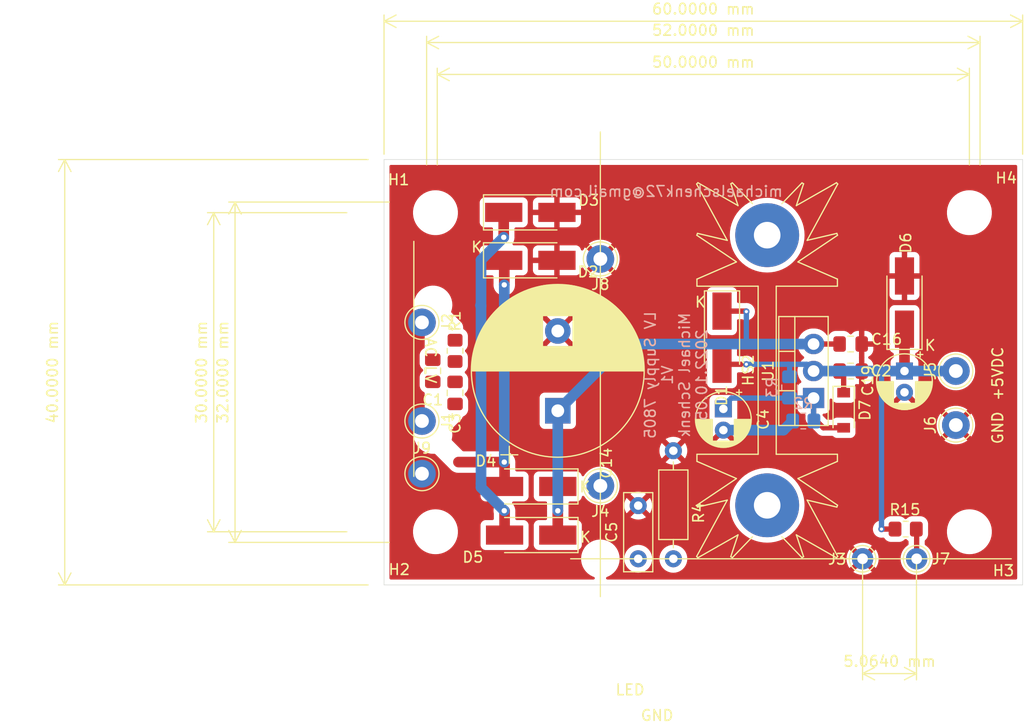
<source format=kicad_pcb>
(kicad_pcb (version 20211014) (generator pcbnew)
  (layers (0 "F.Cu" signal) (31 "B.Cu" signal) (34 "B.Paste" user) (35 "F.Paste" user) (36 "B.SilkS" user "B.Silkscreen") (37 "F.SilkS" user "F.Silkscreen") (38 "B.Mask" user) (39 "F.Mask" user) (44 "Edge.Cuts" user))
  (net 0 "")
  (net 1 "Net-(C1-Pad2)")
  (net 2 "Net-(C3-Pad2)")
  (net 3 "Net-(C19-Pad1)")
  (net 4 "GND")
  (net 5 "Net-(C14-Pad1)")
  (net 6 "Net-(C4-Pad1)")
  (net 7 "Net-(C1-Pad1)")
  (net 8 "Net-(C5-Pad1)")
  (net 9 "Net-(J7-Pad1)")
  (footprint "MountingHole:MountingHole_3.2mm_M3" (layer "F.Cu") (at 52.832 113)
    (fp_text reference "H1" (at -3.4544 -3.0988) (layer "F.SilkS"))
    (fp_text value "MountingHole")
    (pad "" np_thru_hole circle (at 0 0) (size 3.2 3.2) (drill 3.2) (layers *.Cu *.Mask))
  )
  (footprint "MountingHole:MountingHole_3.2mm_M3" (layer "F.Cu") (at 52.832 143)
    (fp_text reference "H2" (at -3.4036 3.556) (layer "F.SilkS"))
    (fp_text value "MountingHole")
    (pad "" np_thru_hole circle (at 0 0) (size 3.2 3.2) (drill 3.2) (layers *.Cu *.Mask))
  )
  (footprint "MountingHole:MountingHole_3.2mm_M3" (layer "F.Cu") (at 103 143)
    (fp_text reference "H3" (at 3.2004 3.6576) (layer "F.SilkS"))
    (fp_text value "MountingHole")
    (pad "" np_thru_hole circle (at 0 0) (size 3.2 3.2) (drill 3.2) (layers *.Cu *.Mask))
  )
  (footprint "Connector_Pin:Pin_D1.0mm_L10.0mm" (layer "F.Cu") (at 92.964 145.542)
    (fp_text reference "J3" (at -2.3876 0.038762) (layer "F.SilkS"))
    (fp_text value "LED_GND")
    (pad "1" thru_hole circle (at 0 0) (size 2 2) (drill 1) (layers *.Cu *.Mask) (net 4 "GND"))
  )
  (footprint "Capacitor_THT:CP_Radial_D5.0mm_P2.00mm" (layer "F.Cu") (at 96.901 127.889 -90)
    (fp_text reference "C19" (at 0.904312 3.4544 90) (layer "F.SilkS"))
    (fp_text value "1uF/25V")
    (pad "1" thru_hole rect (at 0 0 270) (size 1.6 1.6) (drill 0.8) (layers *.Cu *.Mask) (net 3 "Net-(C19-Pad1)"))
    (pad "2" thru_hole circle (at 2 0 270) (size 1.6 1.6) (drill 0.8) (layers *.Cu *.Mask) (net 4 "GND"))
  )
  (footprint "Connector_Pin:Pin_D1.3mm_L11.0mm" (layer "F.Cu") (at 101.727 127.889 -90)
    (fp_text reference "J5" (at 0 2.4 -90) (layer "F.SilkS"))
    (fp_text value "+5VDC")
    (pad "1" thru_hole circle (at 0 0 270) (size 2.6 2.6) (drill 1.3) (layers *.Cu *.Mask) (net 3 "Net-(C19-Pad1)"))
  )
  (footprint "Connector_Pin:Pin_D1.3mm_L11.0mm" (layer "F.Cu") (at 101.727 132.969 -90)
    (fp_text reference "J6" (at 0 2.4 -90) (layer "F.SilkS"))
    (fp_text value "GND")
    (pad "1" thru_hole circle (at 0 0 270) (size 2.6 2.6) (drill 1.3) (layers *.Cu *.Mask) (net 4 "GND"))
  )
  (footprint "Connector_Pin:Pin_D1.0mm_L10.0mm" (layer "F.Cu") (at 98.044 145.542)
    (fp_text reference "J7" (at 2.286 0.0188) (layer "F.SilkS"))
    (fp_text value "LED")
    (pad "1" thru_hole circle (at 0 0) (size 2 2) (drill 1) (layers *.Cu *.Mask) (net 9 "Net-(J7-Pad1)"))
  )
  (footprint "Resistor_SMD:R_0805_2012Metric_Pad1.20x1.40mm_HandSolder" (layer "F.Cu") (at 97.012 142.748 180)
    (fp_text reference "R15" (at 0.0668 1.8288) (layer "F.SilkS"))
    (fp_text value "330R")
    (pad "1" smd roundrect (at -1 0 180) (size 1.2 1.4) (layers "F.Cu" "F.Paste" "F.Mask") (roundrect_rratio 0.2083333333) (net 9 "Net-(J7-Pad1)"))
    (pad "2" smd roundrect (at 1 0 180) (size 1.2 1.4) (layers "F.Cu" "F.Paste" "F.Mask") (roundrect_rratio 0.2083333333) (net 3 "Net-(C19-Pad1)"))
  )
  (footprint "Capacitor_SMD:C_0805_2012Metric_Pad1.18x1.45mm_HandSolder" (layer "F.Cu") (at 91.8425 125.349)
    (fp_text reference "C16" (at 3.3821 -0.446709) (layer "F.SilkS"))
    (fp_text value "330nF/50V")
    (pad "1" smd roundrect (at -1.0375 0) (size 1.175 1.45) (layers "F.Cu" "F.Paste" "F.Mask") (roundrect_rratio 0.2127659574) (net 5 "Net-(C14-Pad1)"))
    (pad "2" smd roundrect (at 1.0375 0) (size 1.175 1.45) (layers "F.Cu" "F.Paste" "F.Mask") (roundrect_rratio 0.2127659574) (net 4 "GND"))
  )
  (footprint "MountingHole:MountingHole_3.2mm_M3" (layer "F.Cu") (at 103 113)
    (fp_text reference "H4" (at 3.4544 -3.2512) (layer "F.SilkS"))
    (fp_text value "MountingHole")
    (pad "" np_thru_hole circle (at 0 0) (size 3.2 3.2) (drill 3.2) (layers *.Cu *.Mask))
  )
  (footprint "Capacitor_THT:CP_Radial_D16.0mm_P7.50mm" (layer "F.Cu") (at 64.3255 131.6228 90)
    (fp_text reference "C14" (at -4.9276 4.572 90) (layer "F.SilkS"))
    (fp_text value "2200uF/35VDC")
    (pad "1" thru_hole rect (at 0 0 90) (size 2.4 2.4) (drill 1.2) (layers *.Cu *.Mask) (net 5 "Net-(C14-Pad1)"))
    (pad "2" thru_hole circle (at 7.5 0 90) (size 2.4 2.4) (drill 1.2) (layers *.Cu *.Mask) (net 4 "GND"))
  )
  (footprint "Capacitor_SMD:C_0805_2012Metric_Pad1.18x1.45mm_HandSolder" (layer "F.Cu") (at 52.578 127.8675 90)
    (fp_text reference "C1" (at -2.7305 0) (layer "F.SilkS"))
    (fp_text value "Cx/10nF/50V")
    (pad "1" smd roundrect (at -1.0375 0 90) (size 1.175 1.45) (layers "F.Cu" "F.Paste" "F.Mask") (roundrect_rratio 0.2127659574) (net 7 "Net-(C1-Pad1)"))
    (pad "2" smd roundrect (at 1.0375 0 90) (size 1.175 1.45) (layers "F.Cu" "F.Paste" "F.Mask") (roundrect_rratio 0.2127659574) (net 1 "Net-(C1-Pad2)"))
  )
  (footprint "Capacitor_SMD:C_0805_2012Metric_Pad1.18x1.45mm_HandSolder" (layer "F.Cu") (at 91.8425 127.889)
    (fp_text reference "C2" (at 2.8741 -0.009928) (layer "F.SilkS"))
    (fp_text value "100nF/50V")
    (pad "1" smd roundrect (at -1.0375 0) (size 1.175 1.45) (layers "F.Cu" "F.Paste" "F.Mask") (roundrect_rratio 0.2127659574) (net 3 "Net-(C19-Pad1)"))
    (pad "2" smd roundrect (at 1.0375 0) (size 1.175 1.45) (layers "F.Cu" "F.Paste" "F.Mask") (roundrect_rratio 0.2127659574) (net 4 "GND"))
  )
  (footprint "Capacitor_SMD:C_0805_2012Metric_Pad1.18x1.45mm_HandSolder" (layer "F.Cu") (at 54.6735 129.9425 90)
    (fp_text reference "C3" (at -2.8663 0 90) (layer "F.SilkS"))
    (fp_text value "Cs/50V")
    (pad "1" smd roundrect (at -1.0375 0 90) (size 1.175 1.45) (layers "F.Cu" "F.Paste" "F.Mask") (roundrect_rratio 0.2127659574) (net 7 "Net-(C1-Pad1)"))
    (pad "2" smd roundrect (at 1.0375 0 90) (size 1.175 1.45) (layers "F.Cu" "F.Paste" "F.Mask") (roundrect_rratio 0.2127659574) (net 2 "Net-(C3-Pad2)"))
  )
  (footprint "Diode_SMD:D_SMA_Handsoldering" (layer "F.Cu") (at 79.756 124.754 -90)
    (fp_text reference "D1" (at 5.4464 0.040309 90) (layer "F.SilkS"))
    (fp_text value "1N4007")
    (pad "1" smd rect (at -2.5 0 270) (size 3.5 1.8) (layers "F.Cu" "F.Paste" "F.Mask") (net 5 "Net-(C14-Pad1)"))
    (pad "2" smd rect (at 2.5 0 270) (size 3.5 1.8) (layers "F.Cu" "F.Paste" "F.Mask") (net 3 "Net-(C19-Pad1)"))
  )
  (footprint "Diode_SMD:D_SMA_Handsoldering" (layer "F.Cu") (at 61.7455 117.479837)
    (fp_text reference "D2" (at 5.421 1.087363) (layer "F.SilkS"))
    (fp_text value "BYG22B-E3")
    (pad "1" smd rect (at -2.5 0) (size 3.5 1.8) (layers "F.Cu" "F.Paste" "F.Mask") (net 7 "Net-(C1-Pad1)"))
    (pad "2" smd rect (at 2.5 0) (size 3.5 1.8) (layers "F.Cu" "F.Paste" "F.Mask") (net 4 "GND"))
  )
  (footprint "Diode_SMD:D_SMA_Handsoldering" (layer "F.Cu") (at 61.7455 112.971337)
    (fp_text reference "D3" (at 5.4845 -1.143) (layer "F.SilkS"))
    (fp_text value "BYG22B-E3")
    (pad "1" smd rect (at -2.5 0) (size 3.5 1.8) (layers "F.Cu" "F.Paste" "F.Mask") (net 1 "Net-(C1-Pad2)"))
    (pad "2" smd rect (at 2.5 0) (size 3.5 1.8) (layers "F.Cu" "F.Paste" "F.Mask") (net 4 "GND"))
  )
  (footprint "Diode_SMD:D_SMA_Handsoldering" (layer "F.Cu") (at 61.8255 138.7403 180)
    (fp_text reference "D4" (at 4.2564 2.3931) (layer "F.SilkS"))
    (fp_text value "BYG22B-E3")
    (pad "1" smd rect (at -2.5 0 180) (size 3.5 1.8) (layers "F.Cu" "F.Paste" "F.Mask") (net 5 "Net-(C14-Pad1)"))
    (pad "2" smd rect (at 2.5 0 180) (size 3.5 1.8) (layers "F.Cu" "F.Paste" "F.Mask") (net 7 "Net-(C1-Pad1)"))
  )
  (footprint "Diode_SMD:D_SMA_Handsoldering" (layer "F.Cu") (at 61.8255 143.3123 180)
    (fp_text reference "D5" (at 5.4756 -2.0773) (layer "F.SilkS"))
    (fp_text value "BYG22B-E3")
    (pad "1" smd rect (at -2.5 0 180) (size 3.5 1.8) (layers "F.Cu" "F.Paste" "F.Mask") (net 5 "Net-(C14-Pad1)"))
    (pad "2" smd rect (at 2.5 0 180) (size 3.5 1.8) (layers "F.Cu" "F.Paste" "F.Mask") (net 1 "Net-(C1-Pad2)"))
  )
  (footprint "Diode_SMD:D_SMA_Handsoldering" (layer "F.Cu") (at 96.901 121.452 90)
    (fp_text reference "D6" (at 5.6115 0.127 90) (layer "F.SilkS"))
    (fp_text value "1N4007")
    (pad "1" smd rect (at -2.5 0 90) (size 3.5 1.8) (layers "F.Cu" "F.Paste" "F.Mask") (net 3 "Net-(C19-Pad1)"))
    (pad "2" smd rect (at 2.5 0 90) (size 3.5 1.8) (layers "F.Cu" "F.Paste" "F.Mask") (net 4 "GND"))
  )
  (footprint "Connector_Pin:Pin_D1.3mm_L11.0mm" (layer "F.Cu") (at 51.562 132.588 90)
    (fp_text reference "J1" (at 0 2.4 90) (layer "F.SilkS"))
    (fp_text value "AC-LV")
    (pad "1" thru_hole circle (at 0 0 90) (size 2.6 2.6) (drill 1.3) (layers *.Cu *.Mask) (net 7 "Net-(C1-Pad1)"))
  )
  (footprint "Connector_Pin:Pin_D1.3mm_L11.0mm" (layer "F.Cu") (at 51.562 123.317 90)
    (fp_text reference "J2" (at 0 2.4 90) (layer "F.SilkS"))
    (fp_text value "AC-LV")
    (pad "1" thru_hole circle (at 0 0 90) (size 2.6 2.6) (drill 1.3) (layers *.Cu *.Mask) (net 1 "Net-(C1-Pad2)"))
  )
  (footprint "Resistor_SMD:R_0805_2012Metric_Pad1.20x1.40mm_HandSolder" (layer "F.Cu") (at 54.6735 125.9918 90)
    (fp_text reference "R1" (at 2.8018 0 90) (layer "F.SilkS"))
    (fp_text value "Rs/1/8W")
    (pad "1" smd roundrect (at -1 0 90) (size 1.2 1.4) (layers "F.Cu" "F.Paste" "F.Mask") (roundrect_rratio 0.2083333333) (net 2 "Net-(C3-Pad2)"))
    (pad "2" smd roundrect (at 1 0 90) (size 1.2 1.4) (layers "F.Cu" "F.Paste" "F.Mask") (roundrect_rratio 0.2083333333) (net 1 "Net-(C1-Pad2)"))
  )
  (footprint "Heatsink:Heatsink_Fischer_SK104-STC-STIC_35x13mm_2xDrill2.5mm" (layer "F.Cu") (at 84 127.8128 -90)
    (fp_text reference "HS2" (at 0 1.778563 90) (layer "F.SilkS"))
    (fp_text value "Heatsink")
    (pad "1" thru_hole circle (at -12.7 0 90) (size 6 6) (drill 2.5) (layers *.Cu *.Mask))
    (pad "1" thru_hole circle (at 12.7 0 270) (size 6 6) (drill 2.5) (layers *.Cu *.Mask))
  )
  (footprint "Connector_Pin:Pin_D1.3mm_L11.0mm" (layer "F.Cu") (at 68.326 117.348)
    (fp_text reference "J8" (at 0 2.4) (layer "F.SilkS"))
    (fp_text value "GND")
    (pad "1" thru_hole circle (at 0 0) (size 2.6 2.6) (drill 1.3) (layers *.Cu *.Mask) (net 4 "GND"))
  )
  (footprint "Capacitor_THT:C_Rect_L7.2mm_W2.5mm_P5.00mm_FKS2_FKP2_MKS2_MKP2" (layer "F.Cu") (at 71.882 145.542 90)
    (fp_text reference "C5" (at 2.5 -2.5 90) (layer "F.SilkS"))
    (fp_text value "10nF")
    (pad "1" thru_hole circle (at 0 0 90) (size 1.6 1.6) (drill 0.8) (layers *.Cu *.Mask) (net 8 "Net-(C5-Pad1)"))
    (pad "2" thru_hole circle (at 5 0 90) (size 1.6 1.6) (drill 0.8) (layers *.Cu *.Mask) (net 4 "GND"))
  )
  (footprint "Diode_SMD:D_SOD-123" (layer "F.Cu") (at 91.186 131.573 -90)
    (fp_text reference "D7" (at 0 -2 90) (layer "F.SilkS"))
    (fp_text value "1N4148W")
    (pad "1" smd rect (at -1.65 0 270) (size 0.9 1.2) (layers "F.Cu" "F.Paste" "F.Mask") (net 3 "Net-(C19-Pad1)"))
    (pad "2" smd rect (at 1.65 0 270) (size 0.9 1.2) (layers "F.Cu" "F.Paste" "F.Mask") (net 6 "Net-(C4-Pad1)"))
  )
  (footprint "Package_TO_SOT_THT:TO-220-3_Vertical" (layer "F.Cu") (at 88.358309 130.429 90)
    (fp_text reference "U1" (at 2.54 -4.27 90) (layer "F.SilkS"))
    (fp_text value "LM317_TO-220")
    (pad "1" thru_hole rect (at 0 0 90) (size 1.905 2) (drill 1.1) (layers *.Cu *.Mask) (net 6 "Net-(C4-Pad1)"))
    (pad "2" thru_hole oval (at 2.54 0 90) (size 1.905 2) (drill 1.1) (layers *.Cu *.Mask) (net 3 "Net-(C19-Pad1)"))
    (pad "3" thru_hole oval (at 5.08 0 90) (size 1.905 2) (drill 1.1) (layers *.Cu *.Mask) (net 5 "Net-(C14-Pad1)"))
  )
  (footprint "Connector_Pin:Pin_D1.3mm_L11.0mm" (layer "F.Cu") (at 51.562 137.541 180)
    (fp_text reference "J9" (at 0 2.4 180) (layer "F.SilkS"))
    (fp_text value "EARTH")
    (pad "1" thru_hole circle (at 0 0 180) (size 2.6 2.6) (drill 1.3) (layers *.Cu *.Mask) (net 8 "Net-(C5-Pad1)"))
  )
  (footprint "Connector_Pin:Pin_D1.3mm_L11.0mm" (layer "F.Cu") (at 68.326 138.684)
    (fp_text reference "J4" (at 0 2.4) (layer "F.SilkS"))
    (fp_text value "DCVIN")
    (pad "1" thru_hole circle (at 0 0) (size 2.6 2.6) (drill 1.3) (layers *.Cu *.Mask) (net 5 "Net-(C14-Pad1)"))
  )
  (footprint "Resistor_THT:R_Axial_DIN0207_L6.3mm_D2.5mm_P10.16mm_Horizontal" (layer "F.Cu") (at 75.184 135.382 -90)
    (fp_text reference "R4" (at 5.842 -2.37 90) (layer "F.SilkS"))
    (fp_text value "100R/0.6W")
    (pad "1" thru_hole circle (at 0 0 270) (size 1.6 1.6) (drill 0.8) (layers *.Cu *.Mask) (net 4 "GND"))
    (pad "2" thru_hole oval (at 10.16 0 270) (size 1.6 1.6) (drill 0.8) (layers *.Cu *.Mask) (net 8 "Net-(C5-Pad1)"))
  )
  (footprint "Capacitor_THT:CP_Radial_D5.0mm_P2.00mm" (layer "F.Cu") (at 79.883 131.445 -90)
    (fp_text reference "C4" (at 1 -3.75 90) (layer "F.SilkS"))
    (fp_text value "10uF/25V")
    (pad "1" thru_hole rect (at 0 0 270) (size 1.6 1.6) (drill 0.8) (layers *.Cu *.Mask) (net 6 "Net-(C4-Pad1)"))
    (pad "2" thru_hole circle (at 2 0 270) (size 1.6 1.6) (drill 0.8) (layers *.Cu *.Mask) (net 4 "GND"))
  )
  (footprint "Resistor_SMD:R_0805_2012Metric_Pad1.20x1.40mm_HandSolder" (layer "B.Cu") (at 87.392 132.588 180)
    (fp_text reference "R2" (at 0 1.65) (layer "B.SilkS") (effects (justify mirror)))
    (fp_text value "976R")
    (pad "1" smd roundrect (at -1 0 180) (size 1.2 1.4) (layers "B.Cu" "B.Paste" "B.Mask") (roundrect_rratio 0.208333) (net 6 "Net-(C4-Pad1)"))
    (pad "2" smd roundrect (at 1 0 180) (size 1.2 1.4) (layers "B.Cu" "B.Paste" "B.Mask") (roundrect_rratio 0.208333) (net 4 "GND"))
  )
  (footprint "Resistor_SMD:R_0805_2012Metric_Pad1.20x1.40mm_HandSolder" (layer "B.Cu") (at 86.106 129.429 -90)
    (fp_text reference "R3" (at 0 1.65 90) (layer "B.SilkS") (effects (justify mirror)))
    (fp_text value "240R")
    (pad "1" smd roundrect (at -1 0 270) (size 1.2 1.4) (layers "B.Cu" "B.Paste" "B.Mask") (roundrect_rratio 0.208333) (net 3 "Net-(C19-Pad1)"))
    (pad "2" smd roundrect (at 1 0 270) (size 1.2 1.4) (layers "B.Cu" "B.Paste" "B.Mask") (roundrect_rratio 0.208333) (net 6 "Net-(C4-Pad1)"))
  )
  (gr_line (start 65.532 145.542) (end 106.934 145.542) (layer "F.SilkS") (width 0.12))
  (gr_line (start 68.326 149.098) (end 68.326 105.41) (layer "F.SilkS") (width 0.12))
  (gr_line (start 50.8 137.795) (end 50.8 115.697) (layer "F.SilkS") (width 0.12))
  (gr_line (start 48 108) (end 48 148) (layer "Edge.Cuts") (width 0.05))
  (gr_line (start 108 108) (end 48 108) (layer "Edge.Cuts") (width 0.05))
  (gr_line (start 48 148) (end 108 148) (layer "Edge.Cuts") (width 0.05))
  (gr_line (start 108 148) (end 108 108) (layer "Edge.Cuts") (width 0.05))
  (gr_text "LV Supply 7805\nV1\nMichael Schenk\n2022.10.05\n" (at 75.432609 128.27 90) (layer "B.SilkS") (effects (font (size 1 1)) (justify mirror)))
  (gr_text "michaelschenk72@gmail.com" (at 74.502609 110.998) (layer "B.SilkS") (effects (font (size 1 1)) (justify mirror)))
  (gr_text "+5VDC" (at 105.664 128.143 90) (layer "F.SilkS") (effects (font (size 1 1))))
  (gr_text "GND" (at 105.664 133.223 90) (layer "F.SilkS") (effects (font (size 1 1))))
  (gr_text "LED" (at 71.12 157.861) (layer "F.SilkS") (effects (font (size 1 1))))
  (gr_text "AC LV" (at 52.372 126.8984 270) (layer "F.SilkS") (effects (font (size 1 1))))
  (gr_text "K" (at 59.8805 121.9708) (layer "F.SilkS") (effects (font (size 1 1))))
  (gr_text "K" (at 66.8655 138.7856) (layer "F.SilkS") (effects (font (size 1 1))))
  (gr_text "K" (at 99.314 125.476) (layer "F.SilkS") (effects (font (size 1 1))))
  (gr_text "K" (at 56.7055 116.2304) (layer "F.SilkS") (effects (font (size 1 1))))
  (gr_text "K" (at 66.9163 143.51) (layer "F.SilkS") (effects (font (size 1 1))))
  (gr_text "GND" (at 73.66 160.274) (layer "F.SilkS") (effects (font (size 1 1))))
  (gr_text "K" (at 77.724 121.412) (layer "F.SilkS") (effects (font (size 1 1))))
  (dimension (type aligned) (layer "F.SilkS") (pts (xy 45 113) (xy 45 143)) (height 13) (gr_text "30.0000 mm" (at 30.85 128 90) (layer "F.SilkS") (effects (font (size 1 1) (thickness 0.15)))) (format (units 3) (units_format 1) (precision 4)) (style (thickness 0.12) (arrow_length 1.27) (text_position_mode 0) (extension_height 0.58642) (extension_offset 0.5) keep_text_aligned))
  (dimension (type aligned) (layer "F.SilkS") (pts (xy 52 109) (xy 104 109)) (height -12) (gr_text "52.0000 mm" (at 78 95.85) (layer "F.SilkS") (effects (font (size 1 1) (thickness 0.15)))) (format (units 3) (units_format 1) (precision 4)) (style (thickness 0.12) (arrow_length 1.27) (text_position_mode 0) (extension_height 0.58642) (extension_offset 0.5) keep_text_aligned))
  (dimension (type aligned) (layer "F.SilkS") (pts (xy 92.964 145.542) (xy 98.028 145.542)) (height 10.795) (gr_text "5.0640 mm" (at 95.496 155.187) (layer "F.SilkS") (effects (font (size 1 1) (thickness 0.15)))) (format (units 3) (units_format 1) (precision 4)) (style (thickness 0.12) (arrow_length 1.27) (text_position_mode 0) (extension_height 0.58642) (extension_offset 0.5) keep_text_aligned))
  (dimension (type aligned) (layer "F.SilkS") (pts (xy 47 108) (xy 47 148)) (height 29) (gr_text "40.0000 mm" (at 16.85 128 90) (layer "F.SilkS") (effects (font (size 1 1) (thickness 0.15)))) (format (units 3) (units_format 1) (precision 4)) (style (thickness 0.12) (arrow_length 1.27) (text_position_mode 0) (extension_height 0.58642) (extension_offset 0.5) keep_text_aligned))
  (dimension (type aligned) (layer "F.SilkS") (pts (xy 53 109) (xy 103 109)) (height -9) (gr_text "50.0000 mm" (at 78 98.85) (layer "F.SilkS") (effects (font (size 1 1) (thickness 0.15)))) (format (units 3) (units_format 1) (precision 4)) (style (thickness 0.12) (arrow_length 1.27) (text_position_mode 0) (extension_height 0.58642) (extension_offset 0.5) keep_text_aligned))
  (dimension (type aligned) (layer "F.SilkS") (pts (xy 48 108) (xy 108 108)) (height -13) (gr_text "60.0000 mm" (at 78 93.85) (layer "F.SilkS") (effects (font (size 1 1) (thickness 0.15)))) (format (units 3) (units_format 1) (precision 4)) (style (thickness 0.12) (arrow_length 1.27) (text_position_mode 0) (extension_height 0.58642) (extension_offset 0.5) keep_text_aligned))
  (dimension (type aligned) (layer "F.SilkS") (pts (xy 49 112) (xy 49 144)) (height 15) (gr_text "32.0000 mm" (at 32.85 128 90) (layer "F.SilkS") (effects (font (size 1 1) (thickness 0.15)))) (format (units 3) (units_format 1) (precision 4)) (style (thickness 0.12) (arrow_length 1.27) (text_position_mode 0) (extension_height 0.58642) (extension_offset 0.5) keep_text_aligned))
  (segment (start 59.3255 141.05) (end 59.2963 141.0208) (width 1) (layer "F.Cu") (net 1))
  (segment (start 59.3255 143.3123) (end 59.3255 141.05) (width 1) (layer "F.Cu") (net 1))
  (segment (start 59.2455 115.316) (end 59.2455 112.971337) (width 1) (layer "F.Cu") (net 1))
  (via (at 59.2963 141.0208) (size 1) (drill 0.5) (layers "F.Cu" "B.Cu") (net 1))
  (via (at 59.2455 115.316) (size 1) (drill 0.5) (layers "F.Cu" "B.Cu") (net 1))
  (segment (start 57.1119 138.8364) (end 57.1119 138.4808) (width 1) (layer "B.Cu") (net 1))
  (segment (start 59.2963 141.0208) (end 57.1119 138.8364) (width 1) (layer "B.Cu") (net 1))
  (segment (start 57.1119 121.7676) (end 57.1119 117.4496) (width 1) (layer "B.Cu") (net 1))
  (segment (start 57.0611 121.7168) (end 57.1119 121.7676) (width 1) (layer "B.Cu") (net 1))
  (segment (start 57.1119 117.4496) (end 59.2455 115.316) (width 1) (layer "B.Cu") (net 1))
  (segment (start 57.1119 138.4808) (end 57.1119 121.7676) (width 1) (layer "B.Cu") (net 1))
  (segment (start 96.012 142.748) (end 94.742 142.748) (width 0.5) (layer "F.Cu") (net 3))
  (segment (start 90.805 127.889) (end 88.358309 127.889) (width 0.5) (layer "F.Cu") (net 3))
  (segment (start 91.186 129.923) (end 91.186 128.27) (width 0.5) (layer "F.Cu") (net 3))
  (segment (start 91.186 128.27) (end 90.805 127.889) (width 0.5) (layer "F.Cu") (net 3))
  (segment (start 96.901 127.889) (end 96.901 123.952) (width 1) (layer "F.Cu") (net 3))
  (segment (start 79.756 127.254) (end 82.042 127.254) (width 0.5) (layer "F.Cu") (net 3))
  (via (at 94.742 142.748) (size 0.6) (drill 0.3) (layers "F.Cu" "B.Cu") (net 3))
  (via (at 82.042 127.254) (size 0.6) (drill 0.3) (layers "F.Cu" "B.Cu") (net 3))
  (segment (start 85.979 127.254) (end 87.723309 127.254) (width 0.5) (layer "B.Cu") (net 3))
  (segment (start 94.742 128.143) (end 94.996 127.889) (width 0.5) (layer "B.Cu") (net 3))
  (segment (start 86.106 127.381) (end 85.979 127.254) (width 0.5) (layer "B.Cu") (net 3))
  (segment (start 86.106 128.429) (end 86.106 127.381) (width 0.5) (layer "B.Cu") (net 3))
  (segment (start 101.727 127.889) (end 96.901 127.889) (width 1) (layer "B.Cu") (net 3))
  (segment (start 96.901 127.889) (end 94.996 127.889) (width 1) (layer "B.Cu") (net 3))
  (segment (start 87.723309 127.254) (end 88.358309 127.889) (width 0.5) (layer "B.Cu") (net 3))
  (segment (start 94.742 142.748) (end 94.742 128.143) (width 0.5) (layer "B.Cu") (net 3))
  (segment (start 82.042 127.254) (end 85.979 127.254) (width 0.5) (layer "B.Cu") (net 3))
  (segment (start 94.996 127.889) (end 88.358309 127.889) (width 1) (layer "B.Cu") (net 3))
  (segment (start 85.535 133.445) (end 86.392 132.588) (width 1) (layer "B.Cu") (net 4))
  (segment (start 79.883 133.445) (end 85.535 133.445) (width 1) (layer "B.Cu") (net 4))
  (segment (start 64.3255 143.3123) (end 64.3255 141.0263) (width 1) (layer "F.Cu") (net 5))
  (segment (start 81.995 122.254) (end 82.042 122.301) (width 0.5) (layer "F.Cu") (net 5))
  (segment (start 79.756 122.254) (end 81.995 122.254) (width 0.5) (layer "F.Cu") (net 5))
  (segment (start 90.805 125.349) (end 88.358309 125.349) (width 0.5) (layer "F.Cu") (net 5))
  (segment (start 64.3255 141.0263) (end 64.3255 138.7403) (width 1) (layer "F.Cu") (net 5))
  (via (at 64.3255 141.0263) (size 1) (drill 0.5) (layers "F.Cu" "B.Cu") (net 5))
  (via (at 82.042 122.301) (size 0.6) (drill 0.3) (layers "F.Cu" "B.Cu") (net 5))
  (segment (start 70.5993 125.349) (end 64.3255 131.6228) (width 1) (layer "B.Cu") (net 5))
  (segment (start 88.358309 125.349) (end 82.042 125.349) (width 1) (layer "B.Cu") (net 5))
  (segment (start 64.3255 141.0263) (end 64.3255 131.6228) (width 1) (layer "B.Cu") (net 5))
  (segment (start 82.042 122.301) (end 82.042 125.349) (width 0.5) (layer "B.Cu") (net 5))
  (segment (start 82.042 125.349) (end 70.5993 125.349) (width 1) (layer "B.Cu") (net 5))
  (segment (start 88.358309 130.429) (end 88.358309 132.300309) (width 0.5) (layer "F.Cu") (net 6))
  (segment (start 89.281 133.223) (end 91.186 133.223) (width 0.5) (layer "F.Cu") (net 6))
  (segment (start 88.358309 132.300309) (end 89.281 133.223) (width 0.5) (layer "F.Cu") (net 6))
  (segment (start 88.358309 130.429) (end 86.106 130.429) (width 0.5) (layer "B.Cu") (net 6))
  (segment (start 88.358309 130.429) (end 88.358309 132.554309) (width 0.5) (layer "B.Cu") (net 6))
  (segment (start 86.106 130.429) (end 80.645 130.429) (width 0.5) (layer "B.Cu") (net 6))
  (segment (start 79.883 131.191) (end 79.883 131.445) (width 0.5) (layer "B.Cu") (net 6))
  (segment (start 80.645 130.429) (end 79.883 131.191) (width 0.5) (layer "B.Cu") (net 6))
  (segment (start 88.358309 132.554309) (end 88.392 132.588) (width 0.5) (layer "B.Cu") (net 6))
  (segment (start 59.3255 138.7403) (end 59.3255 136.478) (width 1) (layer "F.Cu") (net 7))
  (segment (start 59.2963 119.7864) (end 59.2963 117.530637) (width 1) (layer "F.Cu") (net 7))
  (segment (start 59.2963 136.4488) (end 54.991 136.4488) (width 1) (layer "F.Cu") (net 7))
  (segment (start 59.2963 117.530637) (end 59.2455 117.479837) (width 1) (layer "F.Cu") (net 7))
  (segment (start 59.3255 117.559837) (end 59.2455 117.479837) (width 0.5) (layer "F.Cu") (net 7))
  (segment (start 59.3255 136.478) (end 59.2963 136.4488) (width 1) (layer "F.Cu") (net 7))
  (via (at 59.2963 119.7864) (size 1) (drill 0.5) (layers "F.Cu" "B.Cu") (net 7))
  (via (at 59.2963 136.4488) (size 1) (drill 0.5) (layers "F.Cu" "B.Cu") (net 7))
  (segment (start 59.2963 136.4488) (end 59.2963 119.7864) (width 1) (layer "B.Cu") (net 7))
  (segment (start 98.044 142.78) (end 98.012 142.748) (width 0.5) (layer "F.Cu") (net 9))
  (segment (start 98.044 145.542) (end 98.044 142.78) (width 0.5) (layer "F.Cu") (net 9))
  (zone (net 4) (net_name "GND") (layer "F.Cu") (connect_pads (clearance 0.508)) (min_thickness 0.254) (fill yes (thermal_gap 0.508) (thermal_bridge_width 0.508))
    (polygon (pts (xy 108 148) (xy 48 148) (xy 48 108) (xy 108 108)))
  )
)
</source>
